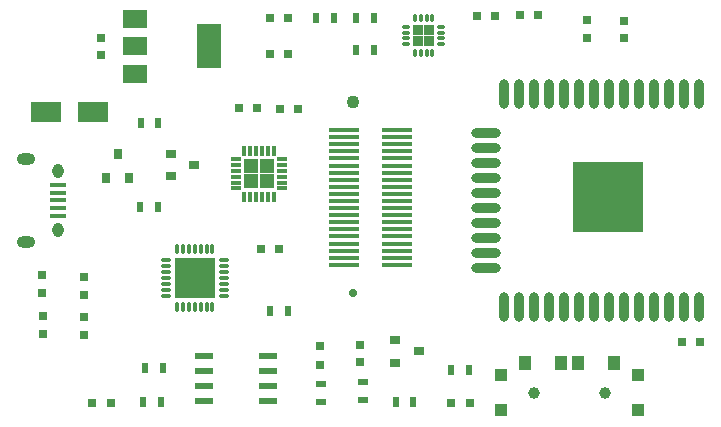
<source format=gbr>
G04 #@! TF.GenerationSoftware,KiCad,Pcbnew,no-vcs-found-996cba7~58~ubuntu16.04.1*
G04 #@! TF.CreationDate,2017-03-19T23:47:34+01:00*
G04 #@! TF.ProjectId,GhostESP32,47686F737445535033322E6B69636164,rev?*
G04 #@! TF.FileFunction,Soldermask,Top*
G04 #@! TF.FilePolarity,Negative*
%FSLAX46Y46*%
G04 Gerber Fmt 4.6, Leading zero omitted, Abs format (unit mm)*
G04 Created by KiCad (PCBNEW no-vcs-found-996cba7~58~ubuntu16.04.1) date Sun Mar 19 23:47:34 2017*
%MOMM*%
%LPD*%
G01*
G04 APERTURE LIST*
%ADD10C,0.100000*%
%ADD11R,1.000000X1.300000*%
%ADD12C,1.000000*%
%ADD13R,1.000000X1.100000*%
%ADD14R,0.750000X0.800000*%
%ADD15R,0.800000X0.750000*%
%ADD16R,0.800000X0.800000*%
%ADD17R,2.500000X1.800000*%
%ADD18R,2.500000X0.350000*%
%ADD19C,0.700000*%
%ADD20C,1.100000*%
%ADD21O,1.550000X1.000000*%
%ADD22O,0.950000X1.250000*%
%ADD23R,1.350000X0.400000*%
%ADD24R,0.900000X0.800000*%
%ADD25R,0.800000X0.900000*%
%ADD26R,0.500000X0.900000*%
%ADD27R,0.900000X0.500000*%
%ADD28R,1.550000X0.600000*%
%ADD29R,2.000000X1.500000*%
%ADD30R,2.000000X3.800000*%
%ADD31R,1.675000X1.675000*%
%ADD32O,0.300000X0.850000*%
%ADD33O,0.850000X0.300000*%
%ADD34O,0.900000X2.500000*%
%ADD35O,2.500000X0.900000*%
%ADD36R,6.000000X6.000000*%
%ADD37R,1.300000X1.300000*%
%ADD38R,0.300000X0.850000*%
%ADD39R,0.850000X0.300000*%
%ADD40R,0.900000X0.900000*%
%ADD41O,0.300000X0.750000*%
%ADD42O,0.750000X0.300000*%
G04 APERTURE END LIST*
D10*
D11*
X160681980Y-102800780D03*
X163681980Y-102800780D03*
X165181980Y-102800780D03*
X168181980Y-102800780D03*
D12*
X167431980Y-105300780D03*
X161431980Y-105300780D03*
D13*
X158631980Y-103800780D03*
X158631980Y-106800780D03*
X170231980Y-103800780D03*
X170231980Y-106800780D03*
D14*
X124785120Y-75256960D03*
X124785120Y-76756960D03*
D15*
X139107480Y-76591160D03*
X140607480Y-76591160D03*
D14*
X119776240Y-95381380D03*
X119776240Y-96881380D03*
X165892480Y-73788840D03*
X165892480Y-75288840D03*
X123332240Y-97003300D03*
X123332240Y-95503300D03*
X169035160Y-75304080D03*
X169035160Y-73804080D03*
X123332240Y-98896740D03*
X123332240Y-100396740D03*
X119816880Y-100315460D03*
X119816880Y-98815460D03*
X146672300Y-101233540D03*
X146672300Y-102733540D03*
D15*
X173951200Y-101028500D03*
X175451200Y-101028500D03*
D16*
X139032080Y-73599040D03*
X140632080Y-73599040D03*
X156034640Y-106189780D03*
X154434640Y-106189780D03*
X143281400Y-102933400D03*
X143281400Y-101333400D03*
X124005440Y-106146600D03*
X125605440Y-106146600D03*
D17*
X120065800Y-81554320D03*
X124065800Y-81554320D03*
D18*
X149844760Y-89078060D03*
X149844760Y-89678060D03*
X149844760Y-90278060D03*
X149844760Y-90878060D03*
X149844760Y-91478060D03*
X149844760Y-92078060D03*
X149844760Y-92678060D03*
X149844760Y-93278060D03*
X149844760Y-93878060D03*
X149844760Y-94478060D03*
X149844760Y-88478060D03*
X149844760Y-87878060D03*
X149844760Y-87278060D03*
X149844760Y-86678060D03*
X149844760Y-86078060D03*
X149844760Y-85478060D03*
X149844760Y-84878060D03*
X149844760Y-84278060D03*
X149844760Y-83678060D03*
X149844760Y-83078060D03*
X145344760Y-89078060D03*
X145344760Y-89678060D03*
X145344760Y-90278060D03*
X145344760Y-90878060D03*
X145344760Y-91478060D03*
X145344760Y-92078060D03*
X145344760Y-92678060D03*
X145344760Y-93278060D03*
X145344760Y-93878060D03*
X145344760Y-94478060D03*
X145344760Y-88478060D03*
X145344760Y-87878060D03*
X145344760Y-86078060D03*
X145344760Y-87278060D03*
X145344760Y-86678060D03*
X145344760Y-85478060D03*
X145344760Y-83078060D03*
X145344760Y-84278060D03*
X145344760Y-84878060D03*
X145344760Y-83678060D03*
D19*
X146094760Y-96878060D03*
D20*
X146094760Y-80678060D03*
D21*
X118441480Y-92527000D03*
X118441480Y-85527000D03*
D22*
X121141480Y-91527000D03*
X121141480Y-86527000D03*
D23*
X121141480Y-90327000D03*
X121141480Y-89677000D03*
X121141480Y-89027000D03*
X121141480Y-88377000D03*
X121141480Y-87727000D03*
D24*
X130668520Y-85079800D03*
X130668520Y-86979800D03*
X132668520Y-86029800D03*
D25*
X126164340Y-85121240D03*
X127114340Y-87121240D03*
X125214340Y-87121240D03*
D26*
X142998760Y-73624440D03*
X144498760Y-73624440D03*
X154400820Y-103398320D03*
X155900820Y-103398320D03*
X128076260Y-89562940D03*
X129576260Y-89562940D03*
X128121980Y-82499200D03*
X129621980Y-82499200D03*
X129975040Y-103248460D03*
X128475040Y-103248460D03*
X139077000Y-98419920D03*
X140577000Y-98419920D03*
X128304860Y-106103420D03*
X129804860Y-106103420D03*
D27*
X146908520Y-105931400D03*
X146908520Y-104431400D03*
X143367760Y-106058400D03*
X143367760Y-104558400D03*
D28*
X138879560Y-102158800D03*
X138879560Y-103428800D03*
X138879560Y-104698800D03*
X138879560Y-105968800D03*
X133479560Y-105968800D03*
X133479560Y-104698800D03*
X133479560Y-103428800D03*
X133479560Y-102158800D03*
D29*
X127645160Y-73685400D03*
X127645160Y-78285400D03*
X127645160Y-75985400D03*
D30*
X133945160Y-75985400D03*
D31*
X131858620Y-94764420D03*
X131858620Y-96439420D03*
X133533620Y-94764420D03*
X133533620Y-96439420D03*
D32*
X131196120Y-93151920D03*
X131696120Y-93151920D03*
X132196120Y-93151920D03*
X132696120Y-93151920D03*
X133196120Y-93151920D03*
X133696120Y-93151920D03*
X134196120Y-93151920D03*
D33*
X135146120Y-94101920D03*
X135146120Y-94601920D03*
X135146120Y-95101920D03*
X135146120Y-95601920D03*
X135146120Y-96101920D03*
X135146120Y-96601920D03*
X135146120Y-97101920D03*
D32*
X134196120Y-98051920D03*
X133696120Y-98051920D03*
X133196120Y-98051920D03*
X132696120Y-98051920D03*
X132196120Y-98051920D03*
X131696120Y-98051920D03*
X131196120Y-98051920D03*
D33*
X130246120Y-97101920D03*
X130246120Y-96601920D03*
X130246120Y-96101920D03*
X130246120Y-95601920D03*
X130246120Y-95101920D03*
X130246120Y-94601920D03*
X130246120Y-94101920D03*
D34*
X175394440Y-98037160D03*
X174124440Y-98037160D03*
X172854440Y-98037160D03*
X171584440Y-98037160D03*
X170314440Y-98037160D03*
X169044440Y-98037160D03*
X167774440Y-98037160D03*
X166504440Y-98037160D03*
X165234440Y-98037160D03*
X163964440Y-98037160D03*
X162694440Y-98037160D03*
X161424440Y-98037160D03*
X160154440Y-98037160D03*
X158884440Y-98037160D03*
D35*
X157394440Y-94752160D03*
X157394440Y-93482160D03*
X157394440Y-92212160D03*
X157394440Y-90942160D03*
X157394440Y-89672160D03*
X157394440Y-88402160D03*
X157394440Y-87132160D03*
X157394440Y-85862160D03*
X157394440Y-84592160D03*
X157394440Y-83322160D03*
D34*
X158884440Y-80037160D03*
X160154440Y-80037160D03*
X161424440Y-80037160D03*
X162694440Y-80037160D03*
X163964440Y-80037160D03*
X165234440Y-80037160D03*
X166504440Y-80037160D03*
X167774440Y-80037160D03*
X169044440Y-80037160D03*
X170314440Y-80037160D03*
X171584440Y-80037160D03*
X172854440Y-80037160D03*
X174124440Y-80037160D03*
X175394440Y-80037160D03*
D36*
X167694440Y-88737160D03*
D15*
X138317540Y-93106240D03*
X139817540Y-93106240D03*
X141435520Y-81318100D03*
X139935520Y-81318100D03*
X136431020Y-81178400D03*
X137931020Y-81178400D03*
X156630940Y-73395840D03*
X158130940Y-73395840D03*
X161722500Y-73306940D03*
X160222500Y-73306940D03*
D26*
X146379500Y-73588880D03*
X147879500Y-73588880D03*
X147871880Y-76334620D03*
X146371880Y-76334620D03*
D37*
X137487900Y-86113860D03*
X137487900Y-87413860D03*
X138787900Y-86113860D03*
X138787900Y-87413860D03*
D38*
X136887900Y-84813860D03*
X137387900Y-84813860D03*
X137887900Y-84813860D03*
X138387900Y-84813860D03*
X138887900Y-84813860D03*
X139387900Y-84813860D03*
D39*
X140087900Y-85513860D03*
X140087900Y-86013860D03*
X140087900Y-86513860D03*
X140087900Y-87013860D03*
X140087900Y-87513860D03*
X140087900Y-88013860D03*
D38*
X139387900Y-88713860D03*
X138887900Y-88713860D03*
X138387900Y-88713860D03*
X137887900Y-88713860D03*
X137387900Y-88713860D03*
X136887900Y-88713860D03*
D39*
X136187900Y-88013860D03*
X136187900Y-87513860D03*
X136187900Y-87013860D03*
X136187900Y-86513860D03*
X136187900Y-86013860D03*
X136187900Y-85513860D03*
D40*
X151629220Y-74615320D03*
X151629220Y-75515320D03*
X152529220Y-74615320D03*
X152529220Y-75515320D03*
D41*
X151329220Y-73590320D03*
X151829220Y-73590320D03*
X152329220Y-73590320D03*
X152829220Y-73590320D03*
D42*
X153554220Y-74315320D03*
X153554220Y-74815320D03*
X153554220Y-75315320D03*
X153554220Y-75815320D03*
D41*
X152829220Y-76540320D03*
X152329220Y-76540320D03*
X151829220Y-76540320D03*
X151329220Y-76540320D03*
D42*
X150604220Y-75815320D03*
X150604220Y-75315320D03*
X150604220Y-74815320D03*
X150604220Y-74315320D03*
D24*
X151685500Y-101810820D03*
X149685500Y-102760820D03*
X149685500Y-100860820D03*
D26*
X151199280Y-106123740D03*
X149699280Y-106123740D03*
M02*

</source>
